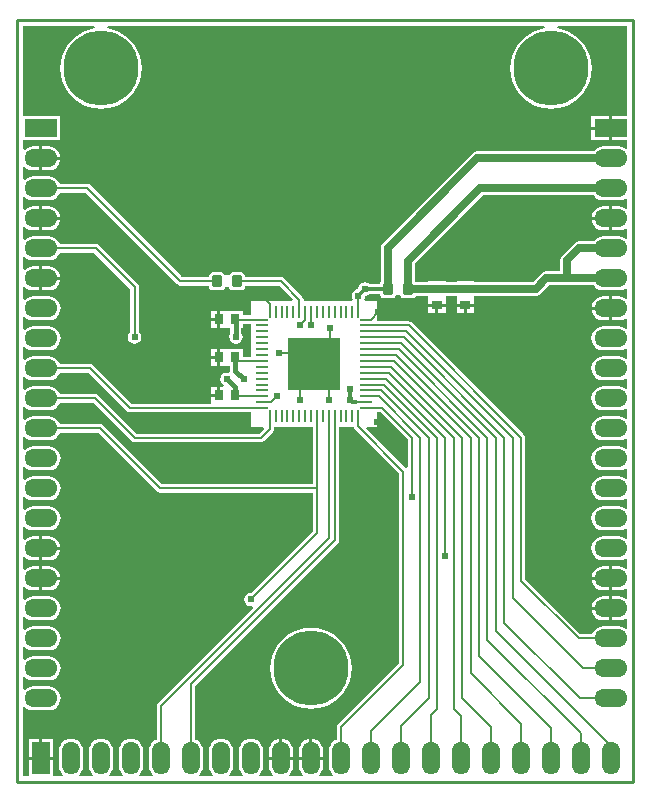
<source format=gtl>
G04*
G04 #@! TF.GenerationSoftware,Altium Limited,Altium Designer,18.1.7 (191)*
G04*
G04 Layer_Physical_Order=1*
G04 Layer_Color=255*
%FSLAX25Y25*%
%MOIN*%
G70*
G01*
G75*
%ADD12C,0.01000*%
%ADD14C,0.00800*%
%ADD15C,0.01200*%
%ADD17R,0.02953X0.03740*%
G04:AMPARAMS|DCode=18|XSize=39.37mil|YSize=35.43mil|CornerRadius=4.43mil|HoleSize=0mil|Usage=FLASHONLY|Rotation=90.000|XOffset=0mil|YOffset=0mil|HoleType=Round|Shape=RoundedRectangle|*
%AMROUNDEDRECTD18*
21,1,0.03937,0.02657,0,0,90.0*
21,1,0.03051,0.03543,0,0,90.0*
1,1,0.00886,0.01329,0.01526*
1,1,0.00886,0.01329,-0.01526*
1,1,0.00886,-0.01329,-0.01526*
1,1,0.00886,-0.01329,0.01526*
%
%ADD18ROUNDEDRECTD18*%
%ADD19O,0.00984X0.04134*%
%ADD20O,0.04134X0.00984*%
%ADD21R,0.03740X0.02953*%
%ADD33R,0.17717X0.17717*%
%ADD34C,0.02600*%
%ADD35C,0.01600*%
%ADD36C,0.25000*%
%ADD37O,0.11000X0.06000*%
%ADD38R,0.11000X0.06000*%
%ADD39O,0.06000X0.11000*%
%ADD40R,0.06000X0.11000*%
%ADD41C,0.02400*%
G36*
X203461Y222000D02*
X198500D01*
Y218000D01*
Y214000D01*
X203461D01*
Y211526D01*
X202861Y211230D01*
X202517Y211494D01*
X201544Y211897D01*
X200500Y212035D01*
X195500D01*
X194456Y211897D01*
X193483Y211494D01*
X192647Y210853D01*
X192257Y210345D01*
X153500D01*
X152603Y210167D01*
X151842Y209658D01*
X151842Y209658D01*
X121995Y179812D01*
X121487Y179051D01*
X121309Y178154D01*
Y167082D01*
X121284Y167066D01*
X120966Y166589D01*
X120875Y166131D01*
X117518D01*
X116858Y166572D01*
X116000Y166743D01*
X115142Y166572D01*
X114414Y166086D01*
X113928Y165358D01*
X113773Y164580D01*
X113684Y164491D01*
X112905Y164336D01*
X112178Y163850D01*
X111691Y163122D01*
X111521Y162264D01*
X111691Y161405D01*
X111896Y161100D01*
X111575Y160500D01*
X95506D01*
Y160921D01*
X95398Y161468D01*
X95088Y161931D01*
X95088Y161931D01*
X89009Y168009D01*
X88546Y168319D01*
X88000Y168427D01*
X88000Y168427D01*
X76146D01*
Y168526D01*
X76034Y169089D01*
X75716Y169566D01*
X75238Y169885D01*
X74675Y169997D01*
X72018D01*
X71455Y169885D01*
X70977Y169566D01*
X70658Y169089D01*
X70635Y168968D01*
X69365D01*
X69341Y169089D01*
X69023Y169566D01*
X68545Y169885D01*
X67982Y169997D01*
X65325D01*
X64762Y169885D01*
X64284Y169566D01*
X63966Y169089D01*
X63854Y168526D01*
Y168427D01*
X55091D01*
X24509Y199009D01*
X24046Y199319D01*
X23500Y199427D01*
X23500Y199427D01*
X14238D01*
X13994Y200017D01*
X13353Y200853D01*
X12517Y201494D01*
X11544Y201897D01*
X10500Y202034D01*
X5500D01*
X4456Y201897D01*
X3483Y201494D01*
X2647Y200853D01*
X2607Y200801D01*
X2039Y200994D01*
Y205006D01*
X2607Y205199D01*
X2647Y205147D01*
X3483Y204506D01*
X4456Y204103D01*
X5500Y203965D01*
X7500D01*
Y208000D01*
Y212035D01*
X5500D01*
X4456Y211897D01*
X3483Y211494D01*
X2647Y210853D01*
X2607Y210801D01*
X2039Y210994D01*
Y214000D01*
X14500D01*
Y222000D01*
X2039D01*
Y251961D01*
X25810D01*
X25882Y251375D01*
X23815Y250879D01*
X21852Y250066D01*
X20040Y248955D01*
X18425Y247575D01*
X17044Y245960D01*
X15934Y244148D01*
X15121Y242185D01*
X14625Y240118D01*
X14458Y238000D01*
X14625Y235882D01*
X15121Y233815D01*
X15934Y231852D01*
X17044Y230040D01*
X18425Y228425D01*
X20040Y227045D01*
X21852Y225934D01*
X23815Y225121D01*
X25882Y224625D01*
X28000Y224458D01*
X30118Y224625D01*
X32185Y225121D01*
X34148Y225934D01*
X35960Y227045D01*
X37576Y228425D01*
X38956Y230040D01*
X40066Y231852D01*
X40879Y233815D01*
X41375Y235882D01*
X41542Y238000D01*
X41375Y240118D01*
X40879Y242185D01*
X40066Y244148D01*
X38956Y245960D01*
X37576Y247575D01*
X35960Y248955D01*
X34148Y250066D01*
X32185Y250879D01*
X30118Y251375D01*
X30190Y251961D01*
X175810D01*
X175882Y251375D01*
X173815Y250879D01*
X171852Y250066D01*
X170040Y248955D01*
X168424Y247575D01*
X167044Y245960D01*
X165934Y244148D01*
X165121Y242185D01*
X164625Y240118D01*
X164458Y238000D01*
X164625Y235882D01*
X165121Y233815D01*
X165934Y231852D01*
X167044Y230040D01*
X168424Y228425D01*
X170040Y227045D01*
X171852Y225934D01*
X173815Y225121D01*
X175882Y224625D01*
X178000Y224458D01*
X180118Y224625D01*
X182185Y225121D01*
X184148Y225934D01*
X185960Y227045D01*
X187575Y228425D01*
X188955Y230040D01*
X190066Y231852D01*
X190879Y233815D01*
X191375Y235882D01*
X191542Y238000D01*
X191375Y240118D01*
X190879Y242185D01*
X190066Y244148D01*
X188955Y245960D01*
X187575Y247575D01*
X185960Y248955D01*
X184148Y250066D01*
X182185Y250879D01*
X180118Y251375D01*
X180190Y251961D01*
X203461D01*
Y222000D01*
D02*
G37*
G36*
X53491Y165991D02*
X53491Y165991D01*
X53954Y165681D01*
X54500Y165573D01*
X63854D01*
Y165474D01*
X63966Y164911D01*
X64284Y164434D01*
X64762Y164115D01*
X65325Y164003D01*
X67982D01*
X68545Y164115D01*
X69023Y164434D01*
X69341Y164911D01*
X69365Y165032D01*
X70635D01*
X70658Y164911D01*
X70977Y164434D01*
X71455Y164115D01*
X72018Y164003D01*
X74675D01*
X75238Y164115D01*
X75716Y164434D01*
X76034Y164911D01*
X76146Y165474D01*
Y165573D01*
X87409D01*
X91927Y161054D01*
X91697Y160500D01*
X78000D01*
Y155691D01*
X75232D01*
Y157269D01*
X70320D01*
X70280Y157269D01*
X69721D01*
X69679Y157269D01*
X67744D01*
Y154399D01*
Y151529D01*
X69679D01*
X69721Y151529D01*
X70280D01*
X70320Y151529D01*
X71165D01*
Y149713D01*
X70928Y149358D01*
X70757Y148500D01*
X70928Y147642D01*
X71414Y146914D01*
X72142Y146428D01*
X73000Y146257D01*
X73858Y146428D01*
X74586Y146914D01*
X75072Y147642D01*
X75243Y148500D01*
X75072Y149358D01*
X74835Y149713D01*
Y151529D01*
X75232D01*
Y152836D01*
X78000D01*
Y141912D01*
X75232D01*
Y144570D01*
X70320D01*
X70280Y144570D01*
X69721D01*
X69679Y144570D01*
X67744D01*
Y141700D01*
Y138829D01*
X69679D01*
X69721Y138829D01*
X70280D01*
X70320Y138829D01*
X70921D01*
Y137200D01*
X70947Y137066D01*
X70437Y136556D01*
X70000Y136643D01*
X69142Y136472D01*
X68414Y135986D01*
X67928Y135258D01*
X67757Y134400D01*
X67928Y133542D01*
X68414Y132814D01*
X68928Y132470D01*
X68746Y131870D01*
X67744D01*
Y129000D01*
X67244D01*
Y128500D01*
X64768D01*
Y126164D01*
X38255D01*
X25409Y139009D01*
X24946Y139319D01*
X24400Y139427D01*
X24400Y139427D01*
X14238D01*
X13994Y140017D01*
X13353Y140853D01*
X12517Y141494D01*
X11544Y141897D01*
X10500Y142034D01*
X5500D01*
X4456Y141897D01*
X3483Y141494D01*
X2647Y140853D01*
X2607Y140801D01*
X2039Y140994D01*
Y145006D01*
X2607Y145199D01*
X2647Y145147D01*
X3483Y144506D01*
X4456Y144103D01*
X5500Y143965D01*
X10500D01*
X11544Y144103D01*
X12517Y144506D01*
X13353Y145147D01*
X13994Y145983D01*
X14397Y146956D01*
X14535Y148000D01*
X14397Y149044D01*
X13994Y150017D01*
X13353Y150853D01*
X12517Y151494D01*
X11544Y151897D01*
X10500Y152034D01*
X5500D01*
X4456Y151897D01*
X3483Y151494D01*
X2647Y150853D01*
X2607Y150801D01*
X2039Y150994D01*
Y155006D01*
X2607Y155199D01*
X2647Y155147D01*
X3483Y154506D01*
X4456Y154103D01*
X5500Y153965D01*
X10500D01*
X11544Y154103D01*
X12517Y154506D01*
X13353Y155147D01*
X13994Y155983D01*
X14397Y156956D01*
X14535Y158000D01*
X14397Y159044D01*
X13994Y160017D01*
X13353Y160853D01*
X12517Y161494D01*
X11544Y161897D01*
X10500Y162034D01*
X5500D01*
X4456Y161897D01*
X3483Y161494D01*
X2647Y160853D01*
X2607Y160801D01*
X2039Y160994D01*
Y165006D01*
X2607Y165199D01*
X2647Y165147D01*
X3483Y164506D01*
X4456Y164103D01*
X5500Y163965D01*
X7500D01*
Y168000D01*
Y172035D01*
X5500D01*
X4456Y171897D01*
X3483Y171494D01*
X2647Y170853D01*
X2607Y170801D01*
X2039Y170994D01*
Y175006D01*
X2607Y175199D01*
X2647Y175147D01*
X3483Y174506D01*
X4456Y174103D01*
X5500Y173966D01*
X10500D01*
X11544Y174103D01*
X12517Y174506D01*
X13353Y175147D01*
X13994Y175983D01*
X14238Y176573D01*
X25809D01*
X37773Y164609D01*
Y150092D01*
X37614Y149986D01*
X37128Y149258D01*
X36957Y148400D01*
X37128Y147542D01*
X37614Y146814D01*
X38342Y146328D01*
X39200Y146157D01*
X40058Y146328D01*
X40786Y146814D01*
X41272Y147542D01*
X41443Y148400D01*
X41272Y149258D01*
X40786Y149986D01*
X40627Y150092D01*
Y165200D01*
X40519Y165746D01*
X40209Y166209D01*
X40209Y166209D01*
X27409Y179009D01*
X26946Y179319D01*
X26400Y179427D01*
X26400Y179427D01*
X14238D01*
X13994Y180017D01*
X13353Y180853D01*
X12517Y181494D01*
X11544Y181897D01*
X10500Y182035D01*
X5500D01*
X4456Y181897D01*
X3483Y181494D01*
X2647Y180853D01*
X2607Y180801D01*
X2039Y180994D01*
Y185006D01*
X2607Y185199D01*
X2647Y185147D01*
X3483Y184506D01*
X4456Y184103D01*
X5500Y183966D01*
X7500D01*
Y188000D01*
Y192034D01*
X5500D01*
X4456Y191897D01*
X3483Y191494D01*
X2647Y190853D01*
X2607Y190801D01*
X2039Y190994D01*
Y195006D01*
X2607Y195199D01*
X2647Y195147D01*
X3483Y194506D01*
X4456Y194103D01*
X5500Y193965D01*
X10500D01*
X11544Y194103D01*
X12517Y194506D01*
X13353Y195147D01*
X13994Y195983D01*
X14238Y196573D01*
X22909D01*
X53491Y165991D01*
D02*
G37*
G36*
X192647Y195147D02*
X193483Y194506D01*
X194456Y194103D01*
X195500Y193965D01*
X200500D01*
X201544Y194103D01*
X202517Y194506D01*
X202861Y194770D01*
X203461Y194474D01*
Y191526D01*
X202861Y191230D01*
X202517Y191494D01*
X201544Y191897D01*
X200500Y192034D01*
X198500D01*
Y188000D01*
Y183966D01*
X200500D01*
X201544Y184103D01*
X202517Y184506D01*
X202861Y184770D01*
X203461Y184474D01*
Y181526D01*
X202861Y181230D01*
X202517Y181494D01*
X201544Y181897D01*
X200500Y182035D01*
X195500D01*
X194456Y181897D01*
X193483Y181494D01*
X192647Y180853D01*
X192257Y180345D01*
X187500D01*
X186603Y180167D01*
X185842Y179658D01*
X185842Y179658D01*
X181842Y175658D01*
X181333Y174897D01*
X181155Y174000D01*
Y170345D01*
X176500D01*
X175603Y170167D01*
X174842Y169658D01*
X172029Y166845D01*
X152370D01*
Y166976D01*
X146630D01*
Y166845D01*
X142870D01*
Y166976D01*
X137130D01*
Y166845D01*
X132863D01*
X132715Y167066D01*
X132692Y167082D01*
Y172875D01*
X155471Y195655D01*
X192257D01*
X192647Y195147D01*
D02*
G37*
G36*
Y165147D02*
X193483Y164506D01*
X194456Y164103D01*
X195500Y163965D01*
X200500D01*
X201544Y164103D01*
X202517Y164506D01*
X202861Y164770D01*
X203461Y164474D01*
Y161526D01*
X202861Y161230D01*
X202517Y161494D01*
X201544Y161897D01*
X200500Y162034D01*
X198500D01*
Y158000D01*
Y153965D01*
X200500D01*
X201544Y154103D01*
X202517Y154506D01*
X202861Y154770D01*
X203461Y154474D01*
Y151526D01*
X202861Y151230D01*
X202517Y151494D01*
X201544Y151897D01*
X200500Y152034D01*
X195500D01*
X194456Y151897D01*
X193483Y151494D01*
X192647Y150853D01*
X192006Y150017D01*
X191603Y149044D01*
X191465Y148000D01*
X191603Y146956D01*
X192006Y145983D01*
X192647Y145147D01*
X193483Y144506D01*
X194456Y144103D01*
X195500Y143965D01*
X200500D01*
X201544Y144103D01*
X202517Y144506D01*
X202861Y144770D01*
X203461Y144474D01*
Y141526D01*
X202861Y141230D01*
X202517Y141494D01*
X201544Y141897D01*
X200500Y142034D01*
X195500D01*
X194456Y141897D01*
X193483Y141494D01*
X192647Y140853D01*
X192006Y140017D01*
X191603Y139044D01*
X191465Y138000D01*
X191603Y136956D01*
X192006Y135983D01*
X192647Y135147D01*
X193483Y134506D01*
X194456Y134103D01*
X195500Y133966D01*
X200500D01*
X201544Y134103D01*
X202517Y134506D01*
X202861Y134770D01*
X203461Y134474D01*
Y131526D01*
X202861Y131230D01*
X202517Y131494D01*
X201544Y131897D01*
X200500Y132035D01*
X195500D01*
X194456Y131897D01*
X193483Y131494D01*
X192647Y130853D01*
X192006Y130017D01*
X191603Y129044D01*
X191465Y128000D01*
X191603Y126956D01*
X192006Y125983D01*
X192647Y125147D01*
X193483Y124506D01*
X194456Y124103D01*
X195500Y123966D01*
X200500D01*
X201544Y124103D01*
X202517Y124506D01*
X202861Y124770D01*
X203461Y124474D01*
Y121526D01*
X202861Y121230D01*
X202517Y121494D01*
X201544Y121897D01*
X200500Y122035D01*
X195500D01*
X194456Y121897D01*
X193483Y121494D01*
X192647Y120853D01*
X192006Y120017D01*
X191603Y119044D01*
X191465Y118000D01*
X191603Y116956D01*
X192006Y115983D01*
X192647Y115147D01*
X193483Y114506D01*
X194456Y114103D01*
X195500Y113965D01*
X200500D01*
X201544Y114103D01*
X202517Y114506D01*
X202861Y114770D01*
X203461Y114474D01*
Y111526D01*
X202861Y111230D01*
X202517Y111494D01*
X201544Y111897D01*
X200500Y112034D01*
X195500D01*
X194456Y111897D01*
X193483Y111494D01*
X192647Y110853D01*
X192006Y110017D01*
X191603Y109044D01*
X191465Y108000D01*
X191603Y106956D01*
X192006Y105983D01*
X192647Y105147D01*
X193483Y104506D01*
X194456Y104103D01*
X195500Y103965D01*
X200500D01*
X201544Y104103D01*
X202517Y104506D01*
X202861Y104770D01*
X203461Y104474D01*
Y101526D01*
X202861Y101230D01*
X202517Y101494D01*
X201544Y101897D01*
X200500Y102034D01*
X195500D01*
X194456Y101897D01*
X193483Y101494D01*
X192647Y100853D01*
X192006Y100017D01*
X191603Y99044D01*
X191465Y98000D01*
X191603Y96956D01*
X192006Y95983D01*
X192647Y95147D01*
X193483Y94506D01*
X194456Y94103D01*
X195500Y93966D01*
X200500D01*
X201544Y94103D01*
X202517Y94506D01*
X202861Y94770D01*
X203461Y94474D01*
Y91526D01*
X202861Y91230D01*
X202517Y91494D01*
X201544Y91897D01*
X200500Y92035D01*
X195500D01*
X194456Y91897D01*
X193483Y91494D01*
X192647Y90853D01*
X192006Y90017D01*
X191603Y89044D01*
X191465Y88000D01*
X191603Y86956D01*
X192006Y85983D01*
X192647Y85147D01*
X193483Y84506D01*
X194456Y84103D01*
X195500Y83965D01*
X200500D01*
X201544Y84103D01*
X202517Y84506D01*
X202861Y84770D01*
X203461Y84474D01*
Y81526D01*
X202861Y81230D01*
X202517Y81494D01*
X201544Y81897D01*
X200500Y82034D01*
X195500D01*
X194456Y81897D01*
X193483Y81494D01*
X192647Y80853D01*
X192006Y80017D01*
X191603Y79044D01*
X191465Y78000D01*
X191603Y76956D01*
X192006Y75983D01*
X192647Y75147D01*
X193483Y74506D01*
X194456Y74103D01*
X195500Y73966D01*
X200500D01*
X201544Y74103D01*
X202517Y74506D01*
X202861Y74770D01*
X203461Y74474D01*
Y71526D01*
X202861Y71230D01*
X202517Y71494D01*
X201544Y71897D01*
X200500Y72035D01*
X198500D01*
Y68000D01*
Y63965D01*
X200500D01*
X201544Y64103D01*
X202517Y64506D01*
X202861Y64770D01*
X203461Y64474D01*
Y61526D01*
X202861Y61230D01*
X202517Y61494D01*
X201544Y61897D01*
X200500Y62034D01*
X198500D01*
Y58000D01*
Y53966D01*
X200500D01*
X201544Y54103D01*
X202517Y54506D01*
X202861Y54770D01*
X203461Y54474D01*
Y51526D01*
X202861Y51230D01*
X202517Y51494D01*
X201544Y51897D01*
X200500Y52034D01*
X195500D01*
X194456Y51897D01*
X193483Y51494D01*
X192647Y50853D01*
X192006Y50017D01*
X191762Y49427D01*
X187791D01*
X169427Y67791D01*
Y114800D01*
X169319Y115346D01*
X169009Y115809D01*
X169009Y115809D01*
X131514Y153305D01*
X131051Y153614D01*
X130505Y153723D01*
X130505Y153723D01*
X120000D01*
Y160500D01*
X115953D01*
X115632Y161100D01*
X115836Y161405D01*
X115991Y162184D01*
X116080Y162273D01*
X116858Y162428D01*
X117518Y162869D01*
X120875D01*
X120966Y162411D01*
X121284Y161934D01*
X121762Y161615D01*
X122325Y161503D01*
X124982D01*
X125545Y161615D01*
X126023Y161934D01*
X126341Y162411D01*
X126365Y162531D01*
X127635D01*
X127658Y162411D01*
X127977Y161934D01*
X128455Y161615D01*
X129018Y161503D01*
X131675D01*
X132238Y161615D01*
X132715Y161934D01*
X132863Y162155D01*
X136567D01*
X137130Y162024D01*
Y161465D01*
X137130Y161424D01*
Y159488D01*
X142870D01*
Y161424D01*
X142870Y161465D01*
Y162024D01*
X143433Y162155D01*
X146067D01*
X146630Y162024D01*
Y161465D01*
X146630Y161424D01*
Y159488D01*
X152370D01*
Y161424D01*
X152370Y161465D01*
Y162024D01*
X152933Y162155D01*
X173000D01*
X173897Y162333D01*
X174658Y162842D01*
X177471Y165655D01*
X192257D01*
X192647Y165147D01*
D02*
G37*
G36*
X36654Y123727D02*
X36654Y123727D01*
X37117Y123417D01*
X37664Y123309D01*
X37664Y123309D01*
X78000D01*
Y118500D01*
X82033D01*
X82281Y117900D01*
X80609Y116227D01*
X39791D01*
X27009Y129009D01*
X26546Y129319D01*
X26000Y129427D01*
X26000Y129427D01*
X14238D01*
X13994Y130017D01*
X13353Y130853D01*
X12517Y131494D01*
X11544Y131897D01*
X10500Y132035D01*
X5500D01*
X4456Y131897D01*
X3483Y131494D01*
X2647Y130853D01*
X2607Y130801D01*
X2039Y130994D01*
Y135006D01*
X2607Y135199D01*
X2647Y135147D01*
X3483Y134506D01*
X4456Y134103D01*
X5500Y133966D01*
X10500D01*
X11544Y134103D01*
X12517Y134506D01*
X13353Y135147D01*
X13994Y135983D01*
X14238Y136573D01*
X23809D01*
X36654Y123727D01*
D02*
G37*
G36*
X38191Y113791D02*
X38191Y113791D01*
X38654Y113481D01*
X39200Y113373D01*
X39200Y113373D01*
X81200D01*
X81200Y113373D01*
X81746Y113481D01*
X82209Y113791D01*
X85246Y116827D01*
X85246Y116827D01*
X85555Y117290D01*
X85664Y117836D01*
Y118500D01*
X98557D01*
Y99427D01*
X48191D01*
X28609Y119009D01*
X28146Y119319D01*
X27600Y119427D01*
X27600Y119427D01*
X14238D01*
X13994Y120017D01*
X13353Y120853D01*
X12517Y121494D01*
X11544Y121897D01*
X10500Y122035D01*
X5500D01*
X4456Y121897D01*
X3483Y121494D01*
X2647Y120853D01*
X2607Y120801D01*
X2039Y120994D01*
Y125006D01*
X2607Y125199D01*
X2647Y125147D01*
X3483Y124506D01*
X4456Y124103D01*
X5500Y123966D01*
X10500D01*
X11544Y124103D01*
X12517Y124506D01*
X13353Y125147D01*
X13994Y125983D01*
X14238Y126573D01*
X25409D01*
X38191Y113791D01*
D02*
G37*
G36*
X46591Y96991D02*
X46591Y96991D01*
X47054Y96681D01*
X47600Y96573D01*
X47600Y96573D01*
X98557D01*
Y83776D01*
X78020Y63239D01*
X78000Y63243D01*
X77142Y63072D01*
X76414Y62586D01*
X75928Y61858D01*
X75757Y61000D01*
X75928Y60142D01*
X76414Y59414D01*
X77142Y58928D01*
X78000Y58757D01*
X78362Y58829D01*
X78657Y58276D01*
X46991Y26609D01*
X46681Y26146D01*
X46573Y25600D01*
X46573Y25600D01*
Y14238D01*
X45983Y13994D01*
X45147Y13353D01*
X44506Y12517D01*
X44103Y11544D01*
X43966Y10500D01*
Y5500D01*
X44103Y4456D01*
X44506Y3483D01*
X45147Y2647D01*
X45199Y2607D01*
X45006Y2039D01*
X40994D01*
X40801Y2607D01*
X40853Y2647D01*
X41494Y3483D01*
X41897Y4456D01*
X42035Y5500D01*
Y10500D01*
X41897Y11544D01*
X41494Y12517D01*
X40853Y13353D01*
X40017Y13994D01*
X39044Y14397D01*
X38000Y14535D01*
X36956Y14397D01*
X35983Y13994D01*
X35147Y13353D01*
X34506Y12517D01*
X34103Y11544D01*
X33966Y10500D01*
Y5500D01*
X34103Y4456D01*
X34506Y3483D01*
X35147Y2647D01*
X35199Y2607D01*
X35006Y2039D01*
X30994D01*
X30801Y2607D01*
X30853Y2647D01*
X31494Y3483D01*
X31897Y4456D01*
X32035Y5500D01*
Y10500D01*
X31897Y11544D01*
X31494Y12517D01*
X30853Y13353D01*
X30017Y13994D01*
X29044Y14397D01*
X28000Y14535D01*
X26956Y14397D01*
X25983Y13994D01*
X25147Y13353D01*
X24506Y12517D01*
X24103Y11544D01*
X23966Y10500D01*
Y5500D01*
X24103Y4456D01*
X24506Y3483D01*
X25147Y2647D01*
X25199Y2607D01*
X25006Y2039D01*
X20994D01*
X20801Y2607D01*
X20853Y2647D01*
X21494Y3483D01*
X21897Y4456D01*
X22035Y5500D01*
Y10500D01*
X21897Y11544D01*
X21494Y12517D01*
X20853Y13353D01*
X20017Y13994D01*
X19044Y14397D01*
X18000Y14535D01*
X16956Y14397D01*
X15983Y13994D01*
X15147Y13353D01*
X14506Y12517D01*
X14103Y11544D01*
X13965Y10500D01*
Y5500D01*
X14103Y4456D01*
X14506Y3483D01*
X15147Y2647D01*
X15199Y2607D01*
X15006Y2039D01*
X12000D01*
Y7500D01*
X8000D01*
X4000D01*
Y2039D01*
X2039D01*
Y25006D01*
X2607Y25199D01*
X2647Y25147D01*
X3483Y24506D01*
X4456Y24103D01*
X5500Y23966D01*
X10500D01*
X11544Y24103D01*
X12517Y24506D01*
X13353Y25147D01*
X13994Y25983D01*
X14397Y26956D01*
X14535Y28000D01*
X14397Y29044D01*
X13994Y30017D01*
X13353Y30853D01*
X12517Y31494D01*
X11544Y31897D01*
X10500Y32035D01*
X5500D01*
X4456Y31897D01*
X3483Y31494D01*
X2647Y30853D01*
X2607Y30801D01*
X2039Y30994D01*
Y35006D01*
X2607Y35199D01*
X2647Y35147D01*
X3483Y34506D01*
X4456Y34103D01*
X5500Y33966D01*
X10500D01*
X11544Y34103D01*
X12517Y34506D01*
X13353Y35147D01*
X13994Y35983D01*
X14397Y36956D01*
X14535Y38000D01*
X14397Y39044D01*
X13994Y40017D01*
X13353Y40853D01*
X12517Y41494D01*
X11544Y41897D01*
X10500Y42035D01*
X5500D01*
X4456Y41897D01*
X3483Y41494D01*
X2647Y40853D01*
X2607Y40801D01*
X2039Y40994D01*
Y45006D01*
X2607Y45199D01*
X2647Y45147D01*
X3483Y44506D01*
X4456Y44103D01*
X5500Y43966D01*
X10500D01*
X11544Y44103D01*
X12517Y44506D01*
X13353Y45147D01*
X13994Y45983D01*
X14397Y46956D01*
X14535Y48000D01*
X14397Y49044D01*
X13994Y50017D01*
X13353Y50853D01*
X12517Y51494D01*
X11544Y51897D01*
X10500Y52034D01*
X5500D01*
X4456Y51897D01*
X3483Y51494D01*
X2647Y50853D01*
X2607Y50801D01*
X2039Y50994D01*
Y55006D01*
X2607Y55199D01*
X2647Y55147D01*
X3483Y54506D01*
X4456Y54103D01*
X5500Y53966D01*
X10500D01*
X11544Y54103D01*
X12517Y54506D01*
X13353Y55147D01*
X13994Y55983D01*
X14397Y56956D01*
X14535Y58000D01*
X14397Y59044D01*
X13994Y60017D01*
X13353Y60853D01*
X12517Y61494D01*
X11544Y61897D01*
X10500Y62034D01*
X5500D01*
X4456Y61897D01*
X3483Y61494D01*
X2647Y60853D01*
X2607Y60801D01*
X2039Y60994D01*
Y65006D01*
X2607Y65199D01*
X2647Y65147D01*
X3483Y64506D01*
X4456Y64103D01*
X5500Y63965D01*
X7500D01*
Y68000D01*
Y72035D01*
X5500D01*
X4456Y71897D01*
X3483Y71494D01*
X2647Y70853D01*
X2607Y70801D01*
X2039Y70994D01*
Y75006D01*
X2607Y75199D01*
X2647Y75147D01*
X3483Y74506D01*
X4456Y74103D01*
X5500Y73966D01*
X7500D01*
Y78000D01*
Y82034D01*
X5500D01*
X4456Y81897D01*
X3483Y81494D01*
X2647Y80853D01*
X2607Y80801D01*
X2039Y80994D01*
Y85006D01*
X2607Y85199D01*
X2647Y85147D01*
X3483Y84506D01*
X4456Y84103D01*
X5500Y83965D01*
X10500D01*
X11544Y84103D01*
X12517Y84506D01*
X13353Y85147D01*
X13994Y85983D01*
X14397Y86956D01*
X14535Y88000D01*
X14397Y89044D01*
X13994Y90017D01*
X13353Y90853D01*
X12517Y91494D01*
X11544Y91897D01*
X10500Y92035D01*
X5500D01*
X4456Y91897D01*
X3483Y91494D01*
X2647Y90853D01*
X2607Y90801D01*
X2039Y90994D01*
Y95006D01*
X2607Y95199D01*
X2647Y95147D01*
X3483Y94506D01*
X4456Y94103D01*
X5500Y93966D01*
X10500D01*
X11544Y94103D01*
X12517Y94506D01*
X13353Y95147D01*
X13994Y95983D01*
X14397Y96956D01*
X14535Y98000D01*
X14397Y99044D01*
X13994Y100017D01*
X13353Y100853D01*
X12517Y101494D01*
X11544Y101897D01*
X10500Y102034D01*
X5500D01*
X4456Y101897D01*
X3483Y101494D01*
X2647Y100853D01*
X2607Y100801D01*
X2039Y100994D01*
Y105006D01*
X2607Y105199D01*
X2647Y105147D01*
X3483Y104506D01*
X4456Y104103D01*
X5500Y103965D01*
X10500D01*
X11544Y104103D01*
X12517Y104506D01*
X13353Y105147D01*
X13994Y105983D01*
X14397Y106956D01*
X14535Y108000D01*
X14397Y109044D01*
X13994Y110017D01*
X13353Y110853D01*
X12517Y111494D01*
X11544Y111897D01*
X10500Y112034D01*
X5500D01*
X4456Y111897D01*
X3483Y111494D01*
X2647Y110853D01*
X2607Y110801D01*
X2039Y110994D01*
Y115006D01*
X2607Y115199D01*
X2647Y115147D01*
X3483Y114506D01*
X4456Y114103D01*
X5500Y113965D01*
X10500D01*
X11544Y114103D01*
X12517Y114506D01*
X13353Y115147D01*
X13994Y115983D01*
X14238Y116573D01*
X27009D01*
X46591Y96991D01*
D02*
G37*
G36*
X130173Y114309D02*
Y105095D01*
X129573Y104846D01*
X116473Y117946D01*
X116703Y118500D01*
X120000D01*
Y123309D01*
X121172D01*
X130173Y114309D01*
D02*
G37*
G36*
X112445Y118090D02*
X112754Y117627D01*
X127373Y103009D01*
Y39791D01*
X106991Y19409D01*
X106681Y18946D01*
X106573Y18400D01*
X106573Y18400D01*
Y14238D01*
X105983Y13994D01*
X105147Y13353D01*
X104506Y12517D01*
X104103Y11544D01*
X103965Y10500D01*
Y5500D01*
X104103Y4456D01*
X104506Y3483D01*
X105147Y2647D01*
X105199Y2607D01*
X105006Y2039D01*
X100994D01*
X100801Y2607D01*
X100853Y2647D01*
X101494Y3483D01*
X101897Y4456D01*
X102034Y5500D01*
Y7500D01*
X98000D01*
X93966D01*
Y5500D01*
X94103Y4456D01*
X94506Y3483D01*
X95147Y2647D01*
X95199Y2607D01*
X95006Y2039D01*
X90994D01*
X90801Y2607D01*
X90853Y2647D01*
X91494Y3483D01*
X91897Y4456D01*
X92035Y5500D01*
Y7500D01*
X88000D01*
X83965D01*
Y5500D01*
X84103Y4456D01*
X84506Y3483D01*
X85147Y2647D01*
X85199Y2607D01*
X85006Y2039D01*
X80994D01*
X80801Y2607D01*
X80853Y2647D01*
X81494Y3483D01*
X81897Y4456D01*
X82034Y5500D01*
Y10500D01*
X81897Y11544D01*
X81494Y12517D01*
X80853Y13353D01*
X80017Y13994D01*
X79044Y14397D01*
X78000Y14535D01*
X76956Y14397D01*
X75983Y13994D01*
X75147Y13353D01*
X74506Y12517D01*
X74103Y11544D01*
X73966Y10500D01*
Y5500D01*
X74103Y4456D01*
X74506Y3483D01*
X75147Y2647D01*
X75199Y2607D01*
X75006Y2039D01*
X70994D01*
X70801Y2607D01*
X70853Y2647D01*
X71494Y3483D01*
X71897Y4456D01*
X72035Y5500D01*
Y10500D01*
X71897Y11544D01*
X71494Y12517D01*
X70853Y13353D01*
X70017Y13994D01*
X69044Y14397D01*
X68000Y14535D01*
X66956Y14397D01*
X65983Y13994D01*
X65147Y13353D01*
X64506Y12517D01*
X64103Y11544D01*
X63965Y10500D01*
Y5500D01*
X64103Y4456D01*
X64506Y3483D01*
X65147Y2647D01*
X65199Y2607D01*
X65006Y2039D01*
X60994D01*
X60801Y2607D01*
X60853Y2647D01*
X61494Y3483D01*
X61897Y4456D01*
X62034Y5500D01*
Y10500D01*
X61897Y11544D01*
X61494Y12517D01*
X60853Y13353D01*
X60017Y13994D01*
X59427Y14238D01*
Y32209D01*
X106899Y79680D01*
X106899Y79680D01*
X107209Y80143D01*
X107317Y80690D01*
X107317Y80690D01*
Y118500D01*
X112363D01*
X112445Y118090D01*
D02*
G37*
%LPC*%
G36*
X197500Y222000D02*
X191500D01*
Y218500D01*
X197500D01*
Y222000D01*
D02*
G37*
G36*
Y217500D02*
X191500D01*
Y214000D01*
X197500D01*
Y217500D01*
D02*
G37*
G36*
X10500Y212035D02*
X8500D01*
Y208500D01*
X14469D01*
X14397Y209044D01*
X13994Y210017D01*
X13353Y210853D01*
X12517Y211494D01*
X11544Y211897D01*
X10500Y212035D01*
D02*
G37*
G36*
X14469Y207500D02*
X8500D01*
Y203965D01*
X10500D01*
X11544Y204103D01*
X12517Y204506D01*
X13353Y205147D01*
X13994Y205983D01*
X14397Y206956D01*
X14469Y207500D01*
D02*
G37*
G36*
X10500Y192034D02*
X8500D01*
Y188500D01*
X14469D01*
X14397Y189044D01*
X13994Y190017D01*
X13353Y190853D01*
X12517Y191494D01*
X11544Y191897D01*
X10500Y192034D01*
D02*
G37*
G36*
X14469Y187500D02*
X8500D01*
Y183966D01*
X10500D01*
X11544Y184103D01*
X12517Y184506D01*
X13353Y185147D01*
X13994Y185983D01*
X14397Y186956D01*
X14469Y187500D01*
D02*
G37*
G36*
X10500Y172035D02*
X8500D01*
Y168500D01*
X14469D01*
X14397Y169044D01*
X13994Y170017D01*
X13353Y170853D01*
X12517Y171494D01*
X11544Y171897D01*
X10500Y172035D01*
D02*
G37*
G36*
X14469Y167500D02*
X8500D01*
Y163965D01*
X10500D01*
X11544Y164103D01*
X12517Y164506D01*
X13353Y165147D01*
X13994Y165983D01*
X14397Y166956D01*
X14469Y167500D01*
D02*
G37*
G36*
X66744Y157269D02*
X64768D01*
Y154899D01*
X66744D01*
Y157269D01*
D02*
G37*
G36*
Y153899D02*
X64768D01*
Y151529D01*
X66744D01*
Y153899D01*
D02*
G37*
G36*
X66744Y144570D02*
X64768D01*
Y142200D01*
X66744D01*
Y144570D01*
D02*
G37*
G36*
Y141200D02*
X64768D01*
Y138829D01*
X66744D01*
Y141200D01*
D02*
G37*
G36*
X66744Y131870D02*
X64768D01*
Y129500D01*
X66744D01*
Y131870D01*
D02*
G37*
G36*
X197500Y192034D02*
X195500D01*
X194456Y191897D01*
X193483Y191494D01*
X192647Y190853D01*
X192006Y190017D01*
X191603Y189044D01*
X191531Y188500D01*
X197500D01*
Y192034D01*
D02*
G37*
G36*
Y187500D02*
X191531D01*
X191603Y186956D01*
X192006Y185983D01*
X192647Y185147D01*
X193483Y184506D01*
X194456Y184103D01*
X195500Y183966D01*
X197500D01*
Y187500D01*
D02*
G37*
G36*
Y162034D02*
X195500D01*
X194456Y161897D01*
X193483Y161494D01*
X192647Y160853D01*
X192006Y160017D01*
X191603Y159044D01*
X191531Y158500D01*
X197500D01*
Y162034D01*
D02*
G37*
G36*
X152370Y158488D02*
X150000D01*
Y156512D01*
X152370D01*
Y158488D01*
D02*
G37*
G36*
X149000D02*
X146630D01*
Y156512D01*
X149000D01*
Y158488D01*
D02*
G37*
G36*
X142870D02*
X140500D01*
Y156512D01*
X142870D01*
Y158488D01*
D02*
G37*
G36*
X139500D02*
X137130D01*
Y156512D01*
X139500D01*
Y158488D01*
D02*
G37*
G36*
X197500Y157500D02*
X191531D01*
X191603Y156956D01*
X192006Y155983D01*
X192647Y155147D01*
X193483Y154506D01*
X194456Y154103D01*
X195500Y153965D01*
X197500D01*
Y157500D01*
D02*
G37*
G36*
Y72035D02*
X195500D01*
X194456Y71897D01*
X193483Y71494D01*
X192647Y70853D01*
X192006Y70017D01*
X191603Y69044D01*
X191531Y68500D01*
X197500D01*
Y72035D01*
D02*
G37*
G36*
Y67500D02*
X191531D01*
X191603Y66956D01*
X192006Y65983D01*
X192647Y65147D01*
X193483Y64506D01*
X194456Y64103D01*
X195500Y63965D01*
X197500D01*
Y67500D01*
D02*
G37*
G36*
Y62034D02*
X195500D01*
X194456Y61897D01*
X193483Y61494D01*
X192647Y60853D01*
X192006Y60017D01*
X191603Y59044D01*
X191531Y58500D01*
X197500D01*
Y62034D01*
D02*
G37*
G36*
Y57500D02*
X191531D01*
X191603Y56956D01*
X192006Y55983D01*
X192647Y55147D01*
X193483Y54506D01*
X194456Y54103D01*
X195500Y53966D01*
X197500D01*
Y57500D01*
D02*
G37*
G36*
X10500Y82034D02*
X8500D01*
Y78500D01*
X14469D01*
X14397Y79044D01*
X13994Y80017D01*
X13353Y80853D01*
X12517Y81494D01*
X11544Y81897D01*
X10500Y82034D01*
D02*
G37*
G36*
X14469Y77500D02*
X8500D01*
Y73966D01*
X10500D01*
X11544Y74103D01*
X12517Y74506D01*
X13353Y75147D01*
X13994Y75983D01*
X14397Y76956D01*
X14469Y77500D01*
D02*
G37*
G36*
X10500Y72035D02*
X8500D01*
Y68500D01*
X14469D01*
X14397Y69044D01*
X13994Y70017D01*
X13353Y70853D01*
X12517Y71494D01*
X11544Y71897D01*
X10500Y72035D01*
D02*
G37*
G36*
X14469Y67500D02*
X8500D01*
Y63965D01*
X10500D01*
X11544Y64103D01*
X12517Y64506D01*
X13353Y65147D01*
X13994Y65983D01*
X14397Y66956D01*
X14469Y67500D01*
D02*
G37*
G36*
X12000Y14500D02*
X8500D01*
Y8500D01*
X12000D01*
Y14500D01*
D02*
G37*
G36*
X7500D02*
X4000D01*
Y8500D01*
X7500D01*
Y14500D01*
D02*
G37*
G36*
X98000Y51542D02*
X95882Y51375D01*
X93815Y50879D01*
X91852Y50066D01*
X90040Y48956D01*
X88424Y47576D01*
X87045Y45960D01*
X85934Y44148D01*
X85121Y42185D01*
X84625Y40118D01*
X84458Y38000D01*
X84625Y35882D01*
X85121Y33815D01*
X85934Y31852D01*
X87045Y30040D01*
X88424Y28425D01*
X90040Y27044D01*
X91852Y25934D01*
X93815Y25121D01*
X95882Y24625D01*
X98000Y24458D01*
X100118Y24625D01*
X102185Y25121D01*
X104148Y25934D01*
X105960Y27044D01*
X107576Y28425D01*
X108956Y30040D01*
X110066Y31852D01*
X110879Y33815D01*
X111375Y35882D01*
X111542Y38000D01*
X111375Y40118D01*
X110879Y42185D01*
X110066Y44148D01*
X108956Y45960D01*
X107576Y47576D01*
X105960Y48956D01*
X104148Y50066D01*
X102185Y50879D01*
X100118Y51375D01*
X98000Y51542D01*
D02*
G37*
G36*
X98500Y14469D02*
Y8500D01*
X102034D01*
Y10500D01*
X101897Y11544D01*
X101494Y12517D01*
X100853Y13353D01*
X100017Y13994D01*
X99044Y14397D01*
X98500Y14469D01*
D02*
G37*
G36*
X88500D02*
Y8500D01*
X92035D01*
Y10500D01*
X91897Y11544D01*
X91494Y12517D01*
X90853Y13353D01*
X90017Y13994D01*
X89044Y14397D01*
X88500Y14469D01*
D02*
G37*
G36*
X97500D02*
X96956Y14397D01*
X95983Y13994D01*
X95147Y13353D01*
X94506Y12517D01*
X94103Y11544D01*
X93966Y10500D01*
Y8500D01*
X97500D01*
Y14469D01*
D02*
G37*
G36*
X87500D02*
X86956Y14397D01*
X85983Y13994D01*
X85147Y13353D01*
X84506Y12517D01*
X84103Y11544D01*
X83965Y10500D01*
Y8500D01*
X87500D01*
Y14469D01*
D02*
G37*
%LPD*%
D12*
X0Y0D02*
Y254000D01*
X205500D01*
Y0D02*
Y254000D01*
X0Y0D02*
X205500D01*
D14*
X99984Y83184D02*
Y98000D01*
X78000Y61200D02*
X99984Y83184D01*
X78000Y61000D02*
Y61200D01*
X113000Y126705D02*
X116421D01*
X113764Y156921D02*
Y162264D01*
X73083Y128673D02*
X81579D01*
X72756Y129000D02*
X73083Y128673D01*
X73971Y140484D02*
X81579D01*
X72756Y141700D02*
X73971Y140484D01*
X72891Y154264D02*
X81579D01*
X72756Y154399D02*
X72891Y154264D01*
X116421Y124736D02*
X121764D01*
X131600Y114900D01*
X113764Y118636D02*
Y122079D01*
Y118636D02*
X128800Y103600D01*
X116421Y128673D02*
X120527D01*
X134400Y114800D01*
X116421Y130642D02*
X121358D01*
X137200Y114800D01*
X116421Y132610D02*
X122190D01*
X116421Y134579D02*
X123021D01*
X142800Y114800D01*
X116421Y136547D02*
X123853D01*
X145600Y114800D01*
X116421Y138516D02*
X124684D01*
X148400Y114800D01*
X116421Y140484D02*
X125516D01*
X151200Y114800D01*
X116421Y142453D02*
X126347D01*
X154000Y114800D01*
X116421Y144421D02*
X127179D01*
X156800Y114800D01*
X116421Y146390D02*
X128010D01*
X159600Y114800D01*
X116421Y148358D02*
X128842D01*
X162400Y114800D01*
X116421Y150327D02*
X129673D01*
X165200Y114800D01*
X116421Y152295D02*
X130505D01*
X168000Y114800D01*
X128800Y39200D02*
Y103600D01*
X108000Y18400D02*
X128800Y39200D01*
X108000Y8000D02*
Y18400D01*
X134400Y33600D02*
Y114800D01*
X118000Y17200D02*
X134400Y33600D01*
X118000Y8000D02*
Y17200D01*
X137200Y28000D02*
Y114800D01*
X128000Y18800D02*
X137200Y28000D01*
X128000Y8000D02*
Y18800D01*
X96047Y154047D02*
Y156921D01*
X98016Y152516D02*
Y156921D01*
X94079D02*
Y160921D01*
X88000Y167000D02*
X94079Y160921D01*
X73347Y167000D02*
X88000D01*
X54500D02*
X66654D01*
X8000Y198000D02*
X23500D01*
X54500Y167000D01*
X105890Y80690D02*
Y122079D01*
X58000Y32800D02*
X105890Y80690D01*
X58000Y8000D02*
Y32800D01*
X48000Y8000D02*
Y25600D01*
X8000Y118000D02*
X27600D01*
X47600Y98000D01*
X99984D01*
X103921Y81521D02*
Y122079D01*
X48000Y25600D02*
X103921Y81521D01*
X187200Y48000D02*
X198000D01*
X168000Y67200D02*
X187200Y48000D01*
X168000Y67200D02*
Y114800D01*
X165200Y61600D02*
Y114800D01*
Y61600D02*
X188800Y38000D01*
X198000D01*
X162400Y53200D02*
Y114800D01*
Y53200D02*
X187600Y28000D01*
X198000D01*
X159600Y50400D02*
Y114800D01*
Y50400D02*
X198000Y12000D01*
Y8000D02*
Y12000D01*
X156800Y47600D02*
Y114800D01*
Y47600D02*
X188000Y16400D01*
Y8000D02*
Y16400D01*
X154000Y42000D02*
Y114800D01*
Y42000D02*
X178000Y18000D01*
Y8000D02*
Y18000D01*
X151200Y36400D02*
Y114800D01*
Y36400D02*
X168000Y19600D01*
Y8000D02*
Y19600D01*
X148400Y28000D02*
Y114800D01*
Y28000D02*
X158000Y18400D01*
Y8000D02*
Y18400D01*
X122190Y132610D02*
X140000Y114800D01*
X99984Y98000D02*
Y122079D01*
X8000Y178000D02*
X26400D01*
X39200Y165200D01*
X131600Y95200D02*
Y114900D01*
X142800Y75600D02*
Y114800D01*
X39200Y148400D02*
Y165200D01*
X37664Y124736D02*
X81579D01*
X24400Y138000D02*
X37664Y124736D01*
X8000Y138000D02*
X24400D01*
X84236Y117836D02*
Y122079D01*
X81200Y114800D02*
X84236Y117836D01*
X39200Y114800D02*
X81200D01*
X26000Y128000D02*
X39200Y114800D01*
X8000Y128000D02*
X26000D01*
X81579Y126705D02*
X84705D01*
X86800Y128800D01*
X116421Y154264D02*
X117864D01*
X120400Y156800D01*
X84236Y156921D02*
Y159364D01*
X81200Y162400D02*
X84236Y159364D01*
X94500Y152500D02*
X96047Y154047D01*
X98000Y152500D02*
X98016Y152516D01*
X99000Y139500D02*
X104500Y145000D01*
Y151500D01*
X99000Y139500D02*
X104000Y134500D01*
Y127500D02*
Y134500D01*
X94500Y135000D02*
X99000Y139500D01*
X94500Y127500D02*
Y135000D01*
X95500Y143000D02*
X99000Y139500D01*
X87500Y143000D02*
X95500D01*
X138000Y8000D02*
Y22500D01*
X140000Y24500D01*
Y114800D01*
X145600Y24400D02*
Y114800D01*
Y24400D02*
X148000Y22000D01*
Y8000D02*
Y22000D01*
D15*
X111000Y127500D02*
Y130000D01*
Y127500D02*
X111795Y126705D01*
X113000D01*
X113764Y162264D02*
X116000Y164500D01*
X123653D01*
D17*
X72756Y129000D02*
D03*
X67244D02*
D03*
X72756Y141700D02*
D03*
X67244D02*
D03*
X72756Y154399D02*
D03*
X67244D02*
D03*
D18*
X66654Y167000D02*
D03*
X73347D02*
D03*
X123653Y164500D02*
D03*
X130347D02*
D03*
D19*
X84236Y156921D02*
D03*
X86205D02*
D03*
X88173D02*
D03*
X90142D02*
D03*
X92110D02*
D03*
X94079D02*
D03*
X96047D02*
D03*
X98016D02*
D03*
X99984D02*
D03*
X101953D02*
D03*
X103921D02*
D03*
X105890D02*
D03*
X107858D02*
D03*
X109827D02*
D03*
X111795D02*
D03*
X113764D02*
D03*
Y122079D02*
D03*
X111795D02*
D03*
X109827D02*
D03*
X107858D02*
D03*
X105890D02*
D03*
X103921D02*
D03*
X101953D02*
D03*
X99984D02*
D03*
X98016D02*
D03*
X96047D02*
D03*
X94079D02*
D03*
X92110D02*
D03*
X90142D02*
D03*
X88173D02*
D03*
X86205D02*
D03*
X84236D02*
D03*
D20*
X116421Y154264D02*
D03*
Y152295D02*
D03*
Y150327D02*
D03*
Y148358D02*
D03*
Y146390D02*
D03*
Y144421D02*
D03*
Y142453D02*
D03*
Y140484D02*
D03*
Y138516D02*
D03*
Y136547D02*
D03*
Y134579D02*
D03*
Y132610D02*
D03*
Y130642D02*
D03*
Y128673D02*
D03*
Y126705D02*
D03*
Y124736D02*
D03*
X81579D02*
D03*
Y126705D02*
D03*
Y128673D02*
D03*
Y130642D02*
D03*
Y132610D02*
D03*
Y134579D02*
D03*
Y136547D02*
D03*
Y138516D02*
D03*
Y140484D02*
D03*
Y142453D02*
D03*
Y144421D02*
D03*
Y146390D02*
D03*
Y148358D02*
D03*
Y150327D02*
D03*
Y152295D02*
D03*
Y154264D02*
D03*
D21*
X140000Y164500D02*
D03*
Y158988D02*
D03*
X149500Y164500D02*
D03*
Y158988D02*
D03*
D33*
X99000Y139500D02*
D03*
D34*
X130347Y164500D02*
X140000D01*
X149500D01*
X187500Y178000D02*
X198000D01*
X183500Y174000D02*
X187500Y178000D01*
X183500Y168000D02*
Y174000D01*
Y168000D02*
X198000D01*
X123653Y164500D02*
Y178154D01*
X153500Y208000D01*
X198000D01*
X130347Y164500D02*
Y173846D01*
X154500Y198000D01*
X198000D01*
X149500Y164500D02*
X173000D01*
X176500Y168000D01*
X183500D01*
D35*
X73000Y148500D02*
Y154155D01*
X72891Y154264D02*
X73000Y154155D01*
X72756Y137200D02*
Y141700D01*
Y129000D02*
Y131644D01*
X70000Y134400D02*
X72756Y131644D01*
Y137200D02*
X75556Y134400D01*
X75600D01*
D36*
X178000Y238000D02*
D03*
X28000D02*
D03*
X98000Y38000D02*
D03*
D37*
X198000Y28000D02*
D03*
Y38000D02*
D03*
Y48000D02*
D03*
Y58000D02*
D03*
Y68000D02*
D03*
Y78000D02*
D03*
Y88000D02*
D03*
Y98000D02*
D03*
Y108000D02*
D03*
Y118000D02*
D03*
Y128000D02*
D03*
Y138000D02*
D03*
Y148000D02*
D03*
Y158000D02*
D03*
Y168000D02*
D03*
Y178000D02*
D03*
Y188000D02*
D03*
Y198000D02*
D03*
Y208000D02*
D03*
X8000Y28000D02*
D03*
Y38000D02*
D03*
Y48000D02*
D03*
Y58000D02*
D03*
Y68000D02*
D03*
Y78000D02*
D03*
Y88000D02*
D03*
Y98000D02*
D03*
Y108000D02*
D03*
Y118000D02*
D03*
Y128000D02*
D03*
Y138000D02*
D03*
Y148000D02*
D03*
Y158000D02*
D03*
Y168000D02*
D03*
Y178000D02*
D03*
Y188000D02*
D03*
Y198000D02*
D03*
Y208000D02*
D03*
D38*
X198000Y218000D02*
D03*
X8000D02*
D03*
D39*
X198000Y8000D02*
D03*
X188000D02*
D03*
X178000D02*
D03*
X168000D02*
D03*
X158000D02*
D03*
X148000D02*
D03*
X138000D02*
D03*
X128000D02*
D03*
X118000D02*
D03*
X108000D02*
D03*
X98000D02*
D03*
X88000D02*
D03*
X78000D02*
D03*
X68000D02*
D03*
X58000D02*
D03*
X48000D02*
D03*
X38000D02*
D03*
X28000D02*
D03*
X18000D02*
D03*
D40*
X8000D02*
D03*
D41*
X78000Y61000D02*
D03*
X111000Y127500D02*
D03*
Y131000D02*
D03*
X113764Y162264D02*
D03*
X116000Y164500D02*
D03*
X131600Y95200D02*
D03*
X142800Y75600D02*
D03*
X39200Y148400D02*
D03*
X73000Y148500D02*
D03*
X70000Y134400D02*
D03*
X75600D02*
D03*
X86800Y128800D02*
D03*
X120400Y156800D02*
D03*
X81200Y162400D02*
D03*
X94500Y152500D02*
D03*
X98000D02*
D03*
X104500Y151500D02*
D03*
X104000Y127500D02*
D03*
X94500D02*
D03*
X87500Y143000D02*
D03*
X120000Y120000D02*
D03*
X125000Y115000D02*
D03*
X110000D02*
D03*
X115000Y110000D02*
D03*
X90000Y115000D02*
D03*
X95000Y110000D02*
D03*
X60000D02*
D03*
X65000Y105000D02*
D03*
X115000Y87500D02*
D03*
X120000Y82500D02*
D03*
X90000D02*
D03*
X85000Y87500D02*
D03*
X67500Y82500D02*
D03*
X62500Y87500D02*
D03*
X30000Y105000D02*
D03*
X25000Y110000D02*
D03*
X30000Y77500D02*
D03*
X25000Y72500D02*
D03*
X45000Y62500D02*
D03*
X40000Y57500D02*
D03*
X60000Y47500D02*
D03*
X55000Y42500D02*
D03*
X22500Y27500D02*
D03*
X27500Y22500D02*
D03*
X177500Y185000D02*
D03*
X182500Y190000D02*
D03*
X155000Y185000D02*
D03*
X160000Y190000D02*
D03*
X137500Y207500D02*
D03*
X142500Y212500D02*
D03*
X127500Y197500D02*
D03*
X132500Y202500D02*
D03*
X117500Y187500D02*
D03*
X122500Y192500D02*
D03*
X107500Y177500D02*
D03*
X112500Y182500D02*
D03*
X40000Y222500D02*
D03*
X45000Y227500D02*
D03*
X165000Y222500D02*
D03*
X160000Y227500D02*
D03*
X37500Y175000D02*
D03*
X32500Y180000D02*
D03*
X47500Y185000D02*
D03*
X42500Y190000D02*
D03*
X57500Y175000D02*
D03*
X52500Y180000D02*
D03*
X37500Y195000D02*
D03*
X32500Y200000D02*
D03*
X27500Y185000D02*
D03*
X22500Y190000D02*
D03*
X47500Y165000D02*
D03*
X42500Y170000D02*
D03*
X145000Y145000D02*
D03*
X140000Y150000D02*
D03*
X155000Y135000D02*
D03*
X150000Y140000D02*
D03*
X165000Y125000D02*
D03*
X160000Y130000D02*
D03*
X185000Y62500D02*
D03*
X180000Y67500D02*
D03*
X122500Y42500D02*
D03*
X117500Y37500D02*
D03*
X72500Y35000D02*
D03*
X67500Y30000D02*
D03*
X47500Y120000D02*
D03*
X65000D02*
D03*
X22500Y132500D02*
D03*
M02*

</source>
